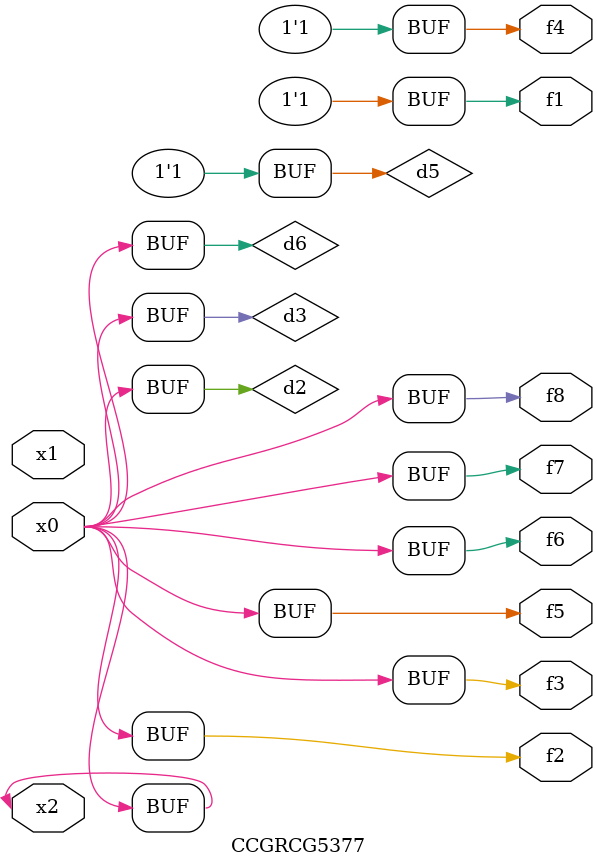
<source format=v>
module CCGRCG5377(
	input x0, x1, x2,
	output f1, f2, f3, f4, f5, f6, f7, f8
);

	wire d1, d2, d3, d4, d5, d6;

	xnor (d1, x2);
	buf (d2, x0, x2);
	and (d3, x0);
	xnor (d4, x1, x2);
	nand (d5, d1, d3);
	buf (d6, d2, d3);
	assign f1 = d5;
	assign f2 = d6;
	assign f3 = d6;
	assign f4 = d5;
	assign f5 = d6;
	assign f6 = d6;
	assign f7 = d6;
	assign f8 = d6;
endmodule

</source>
